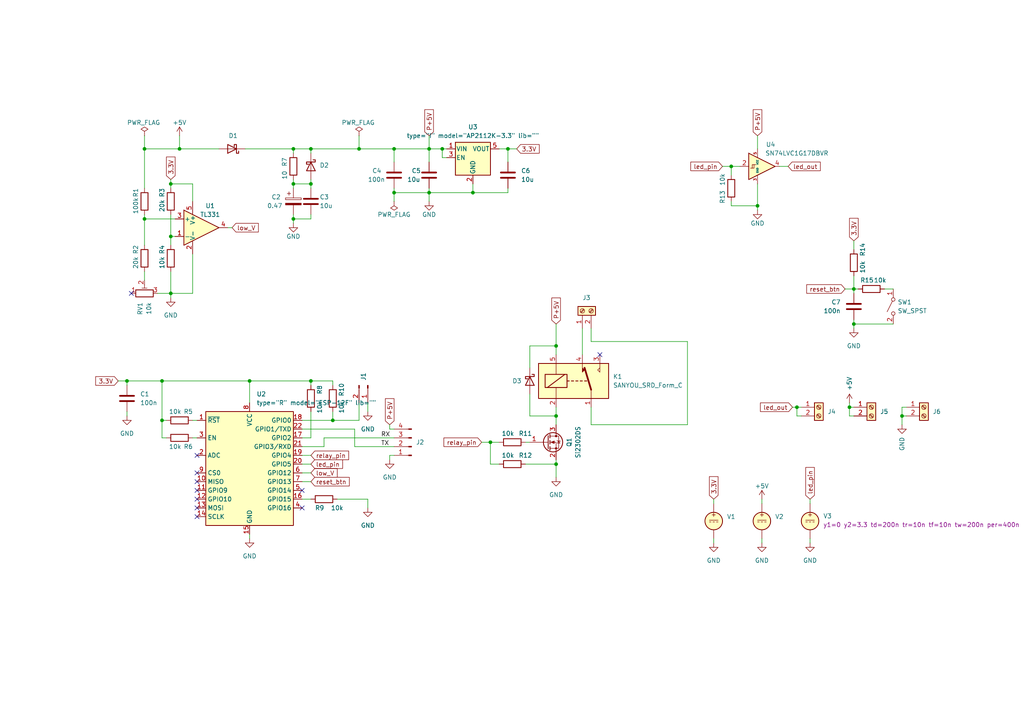
<source format=kicad_sch>
(kicad_sch (version 20211123) (generator eeschema)
  (paper "A4")
  (title_block (title "led and lamp control board") (date "2022-09-26") (rev "1.0") (company "A4 SOLUTIONS") (comment 1 "no warranty of any kind"))
  (lib_symbols
    (symbol "Comparator:TL331" (pin_names (offset 0.127))
      (property "Reference" "U" (at 1.27 5.08 0))
      (property "Value" "TL331" (at 3.81 -5.08 0))
      (symbol "TL331_0_1"
        (polyline (pts (xy -5.08 5.08) (xy 5.08 0) (xy -5.08 -5.08) (xy -5.08 5.08)) (stroke (width 0.254)) (fill (type background)))
      )
      (symbol "TL331_1_1"
        (pin input line (at -7.62 -2.54 0) (length 2.54) (name "-") (number "1"))
        (pin power_in line (at -2.54 -7.62 90) (length 3.81) (name "V-") (number "2"))
        (pin input line (at -7.62 2.54 0) (length 2.54) (name "+") (number "3"))
        (pin open_collector line (at 7.62 0 180) (length 2.54) (name "~") (number "4"))
        (pin power_in line (at -2.54 7.62 270) (length 3.81) (name "V+") (number "5"))
      )
    )
    (symbol "Connector:Conn_01x02_Male" (pin_names (offset 1.016) hide)
      (property "Reference" "J" (at 0 2.54 0))
      (property "Value" "Conn_01x02_Male" (at 0 -5.08 0))
      (symbol "Conn_01x02_Male_1_1"
        (polyline (pts (xy 1.27 -2.54) (xy 0.8636 -2.54)) (stroke (width 0.1524)))
        (polyline (pts (xy 1.27 0) (xy 0.8636 0)) (stroke (width 0.1524)))
        (rectangle (start 0.8636 -2.413) (end 0 -2.667) (stroke (width 0.1524)) (fill (type outline)))
        (rectangle (start 0.8636 0.127) (end 0 -0.127) (stroke (width 0.1524)) (fill (type outline)))
        (pin passive line (at 5.08 0 180) (length 3.81) (name "Pin_1") (number "1"))
        (pin passive line (at 5.08 -2.54 180) (length 3.81) (name "Pin_2") (number "2"))
      )
    )
    (symbol "Connector:Conn_01x04_Male" (pin_names (offset 1.016) hide)
      (property "Reference" "J" (at 0 5.08 0))
      (property "Value" "Conn_01x04_Male" (at 0 -7.62 0))
      (symbol "Conn_01x04_Male_1_1"
        (polyline (pts (xy 1.27 -5.08) (xy 0.8636 -5.08)) (stroke (width 0.1524)))
        (polyline (pts (xy 1.27 -2.54) (xy 0.8636 -2.54)) (stroke (width 0.1524)))
        (polyline (pts (xy 1.27 0) (xy 0.8636 0)) (stroke (width 0.1524)))
        (polyline (pts (xy 1.27 2.54) (xy 0.8636 2.54)) (stroke (width 0.1524)))
        (rectangle (start 0.8636 -4.953) (end 0 -5.207) (stroke (width 0.1524)) (fill (type outline)))
        (rectangle (start 0.8636 -2.413) (end 0 -2.667) (stroke (width 0.1524)) (fill (type outline)))
        (rectangle (start 0.8636 0.127) (end 0 -0.127) (stroke (width 0.1524)) (fill (type outline)))
        (rectangle (start 0.8636 2.667) (end 0 2.413) (stroke (width 0.1524)) (fill (type outline)))
        (pin passive line (at 5.08 2.54 180) (length 3.81) (name "Pin_1") (number "1"))
        (pin passive line (at 5.08 0 180) (length 3.81) (name "Pin_2") (number "2"))
        (pin passive line (at 5.08 -2.54 180) (length 3.81) (name "Pin_3") (number "3"))
        (pin passive line (at 5.08 -5.08 180) (length 3.81) (name "Pin_4") (number "4"))
      )
    )
    (symbol "Connector:Screw_Terminal_01x02" (pin_names (offset 1.016) hide)
      (property "Reference" "J" (at 0 2.54 0))
      (property "Value" "Screw_Terminal_01x02" (at 0 -5.08 0))
      (symbol "Screw_Terminal_01x02_1_1"
        (rectangle (start -1.27 1.27) (end 1.27 -3.81) (stroke (width 0.254)) (fill (type background)))
        (circle (center 0 -2.54) (radius 0.635) (stroke (width 0.1524)))
        (polyline (pts (xy -0.5334 -2.2098) (xy 0.3302 -3.048)) (stroke (width 0.1524)))
        (polyline (pts (xy -0.5334 0.3302) (xy 0.3302 -0.508)) (stroke (width 0.1524)))
        (polyline (pts (xy -0.3556 -2.032) (xy 0.508 -2.8702)) (stroke (width 0.1524)))
        (polyline (pts (xy -0.3556 0.508) (xy 0.508 -0.3302)) (stroke (width 0.1524)))
        (circle (center 0 0) (radius 0.635) (stroke (width 0.1524)))
        (pin passive line (at -5.08 0 0) (length 3.81) (name "Pin_1") (number "1"))
        (pin passive line (at -5.08 -2.54 0) (length 3.81) (name "Pin_2") (number "2"))
      )
    )
    (symbol "Device:C" (pin_numbers hide) (pin_names (offset 0.254))
      (property "Reference" "C" (at 0.635 2.54 0))
      (property "Value" "C" (at 0.635 -2.54 0))
      (symbol "C_0_1"
        (polyline (pts (xy -2.032 -0.762) (xy 2.032 -0.762)) (stroke (width 0.508)))
        (polyline (pts (xy -2.032 0.762) (xy 2.032 0.762)) (stroke (width 0.508)))
      )
      (symbol "C_1_1"
        (pin passive line (at 0 3.81 270) (length 2.794) (name "~") (number "1"))
        (pin passive line (at 0 -3.81 90) (length 2.794) (name "~") (number "2"))
      )
    )
    (symbol "Device:C_Polarized" (pin_numbers hide) (pin_names (offset 0.254))
      (property "Reference" "C" (at 0.635 2.54 0))
      (property "Value" "C_Polarized" (at 0.635 -2.54 0))
      (symbol "C_Polarized_0_1"
        (rectangle (start -2.286 0.508) (end 2.286 1.016))
        (polyline (pts (xy -1.778 2.286) (xy -0.762 2.286)))
        (polyline (pts (xy -1.27 2.794) (xy -1.27 1.778)))
        (rectangle (start 2.286 -0.508) (end -2.286 -1.016) (fill (type outline)))
      )
      (symbol "C_Polarized_1_1"
        (pin passive line (at 0 3.81 270) (length 2.794) (name "~") (number "1"))
        (pin passive line (at 0 -3.81 90) (length 2.794) (name "~") (number "2"))
      )
    )
    (symbol "Device:R" (pin_numbers hide) (pin_names (offset 0))
      (property "Reference" "R" (at 2.032 0 90))
      (property "Value" "R" (at 0 0 90))
      (symbol "R_0_1"
        (rectangle (start -1.016 -2.54) (end 1.016 2.54) (stroke (width 0.254)))
      )
      (symbol "R_1_1"
        (pin passive line (at 0 3.81 270) (length 1.27) (name "~") (number "1"))
        (pin passive line (at 0 -3.81 90) (length 1.27) (name "~") (number "2"))
      )
    )
    (symbol "Device:R_Potentiometer_Trim" (pin_names (offset 1.016) hide)
      (property "Reference" "RV" (at -4.445 0 90))
      (property "Value" "R_Potentiometer_Trim" (at -2.54 0 90))
      (symbol "R_Potentiometer_Trim_0_1"
        (polyline (pts (xy 1.524 0.762) (xy 1.524 -0.762)))
        (polyline (pts (xy 2.54 0) (xy 1.524 0)))
        (rectangle (start 1.016 2.54) (end -1.016 -2.54) (stroke (width 0.254)))
      )
      (symbol "R_Potentiometer_Trim_1_1"
        (pin passive line (at 0 3.81 270) (length 1.27) (name "1") (number "1"))
        (pin passive line (at 3.81 0 180) (length 1.27) (name "2") (number "2"))
        (pin passive line (at 0 -3.81 90) (length 1.27) (name "3") (number "3"))
      )
    )
    (symbol "Diode:1N5819" (pin_numbers hide) (pin_names (offset 1.016) hide)
      (property "Reference" "D" (at 0 2.54 0))
      (property "Value" "1N5819" (at 0 -2.54 0))
      (symbol "1N5819_0_1"
        (polyline (pts (xy 1.27 0) (xy -1.27 0)))
        (polyline (pts (xy 1.27 1.27) (xy 1.27 -1.27) (xy -1.27 0) (xy 1.27 1.27)) (stroke (width 0.254)))
        (polyline (pts (xy -1.905 0.635) (xy -1.905 1.27) (xy -1.27 1.27) (xy -1.27 -1.27) (xy -0.635 -1.27) (xy -0.635 -0.635)) (stroke (width 0.254)))
      )
      (symbol "1N5819_1_1"
        (pin passive line (at -3.81 0 0) (length 2.54) (name "K") (number "1"))
        (pin passive line (at 3.81 0 180) (length 2.54) (name "A") (number "2"))
      )
    )
    (symbol "RF_Module:ESP-12F"
      (property "Reference" "U" (at -12.7 19.05 0))
      (property "Value" "ESP-12F" (at 12.7 19.05 0))
      (symbol "ESP-12F_0_1"
        (rectangle (start -12.7 17.78) (end 12.7 -15.24) (stroke (width 0.254)) (fill (type background)))
      )
      (symbol "ESP-12F_1_1"
        (pin input line (at -15.24 15.24 0) (length 2.54) (name "~{RST}") (number "1"))
        (pin bidirectional line (at -15.24 -2.54 0) (length 2.54) (name "MISO") (number "10"))
        (pin bidirectional line (at -15.24 -5.08 0) (length 2.54) (name "GPIO9") (number "11"))
        (pin bidirectional line (at -15.24 -7.62 0) (length 2.54) (name "GPIO10") (number "12"))
        (pin bidirectional line (at -15.24 -10.16 0) (length 2.54) (name "MOSI") (number "13"))
        (pin bidirectional line (at -15.24 -12.7 0) (length 2.54) (name "SCLK") (number "14"))
        (pin power_in line (at 0 -17.78 90) (length 2.54) (name "GND") (number "15"))
        (pin bidirectional line (at 15.24 -7.62 180) (length 2.54) (name "GPIO15") (number "16"))
        (pin bidirectional line (at 15.24 10.16 180) (length 2.54) (name "GPIO2") (number "17"))
        (pin bidirectional line (at 15.24 15.24 180) (length 2.54) (name "GPIO0") (number "18"))
        (pin bidirectional line (at 15.24 5.08 180) (length 2.54) (name "GPIO4") (number "19"))
        (pin input line (at -15.24 5.08 0) (length 2.54) (name "ADC") (number "2"))
        (pin bidirectional line (at 15.24 2.54 180) (length 2.54) (name "GPIO5") (number "20"))
        (pin bidirectional line (at 15.24 7.62 180) (length 2.54) (name "GPIO3/RXD") (number "21"))
        (pin bidirectional line (at 15.24 12.7 180) (length 2.54) (name "GPIO1/TXD") (number "22"))
        (pin input line (at -15.24 10.16 0) (length 2.54) (name "EN") (number "3"))
        (pin bidirectional line (at 15.24 -10.16 180) (length 2.54) (name "GPIO16") (number "4"))
        (pin bidirectional line (at 15.24 -5.08 180) (length 2.54) (name "GPIO14") (number "5"))
        (pin bidirectional line (at 15.24 0 180) (length 2.54) (name "GPIO12") (number "6"))
        (pin bidirectional line (at 15.24 -2.54 180) (length 2.54) (name "GPIO13") (number "7"))
        (pin power_in line (at 0 20.32 270) (length 2.54) (name "VCC") (number "8"))
        (pin input line (at -15.24 0 0) (length 2.54) (name "CS0") (number "9"))
      )
    )
    (symbol "Regulator_Linear:AP2112K-3.3" (pin_names (offset 0.254))
      (property "Reference" "U" (at -5.08 5.715 0))
      (property "Value" "AP2112K-3.3" (at 0 5.715 0))
      (symbol "AP2112K-3.3_0_1"
        (rectangle (start -5.08 4.445) (end 5.08 -5.08) (stroke (width 0.254)) (fill (type background)))
      )
      (symbol "AP2112K-3.3_1_1"
        (pin power_in line (at -7.62 2.54 0) (length 2.54) (name "VIN") (number "1"))
        (pin power_in line (at 0 -7.62 90) (length 2.54) (name "GND") (number "2"))
        (pin input line (at -7.62 0 0) (length 2.54) (name "EN") (number "3"))
        (pin no_connect line (at 5.08 0 180) (length 2.54) hide (name "NC") (number "4"))
        (pin power_out line (at 7.62 2.54 180) (length 2.54) (name "VOUT") (number "5"))
      )
    )
    (symbol "Relay:SANYOU_SRD_Form_C"
      (property "Reference" "K" (at 11.43 3.81 0))
      (property "Value" "SANYOU_SRD_Form_C" (at 11.43 1.27 0))
      (symbol "SANYOU_SRD_Form_C_0_0"
        (polyline (pts (xy 7.62 5.08) (xy 7.62 2.54) (xy 6.985 3.175) (xy 7.62 3.81)))
      )
      (symbol "SANYOU_SRD_Form_C_0_1"
        (rectangle (start -10.16 5.08) (end 10.16 -5.08) (stroke (width 0.254)) (fill (type background)))
        (rectangle (start -8.255 1.905) (end -1.905 -1.905) (stroke (width 0.254)))
        (polyline (pts (xy -7.62 -1.905) (xy -2.54 1.905)) (stroke (width 0.254)))
        (polyline (pts (xy -5.08 -5.08) (xy -5.08 -1.905)))
        (polyline (pts (xy -5.08 5.08) (xy -5.08 1.905)))
        (polyline (pts (xy -1.905 0) (xy -1.27 0)) (stroke (width 0.254)))
        (polyline (pts (xy -0.635 0) (xy 0 0)) (stroke (width 0.254)))
        (polyline (pts (xy 0.635 0) (xy 1.27 0)) (stroke (width 0.254)))
        (polyline (pts (xy 1.905 0) (xy 2.54 0)) (stroke (width 0.254)))
        (polyline (pts (xy 3.175 0) (xy 3.81 0)) (stroke (width 0.254)))
        (polyline (pts (xy 5.08 -2.54) (xy 3.175 3.81)) (stroke (width 0.508)))
        (polyline (pts (xy 5.08 -2.54) (xy 5.08 -5.08)))
      )
      (symbol "SANYOU_SRD_Form_C_1_1"
        (polyline (pts (xy 2.54 3.81) (xy 3.175 3.175) (xy 2.54 2.54) (xy 2.54 5.08)) (fill (type outline)))
        (pin passive line (at 5.08 -7.62 90) (length 2.54) (name "~") (number "1"))
        (pin passive line (at -5.08 -7.62 90) (length 2.54) (name "~") (number "2"))
        (pin passive line (at 7.62 7.62 270) (length 2.54) (name "~") (number "3"))
        (pin passive line (at 2.54 7.62 270) (length 2.54) (name "~") (number "4"))
        (pin passive line (at -5.08 7.62 270) (length 2.54) (name "~") (number "5"))
      )
    )
    (symbol "Simulation_SPICE:VDC" (pin_numbers hide) (pin_names (offset 0.0254))
      (property "Reference" "V" (at 2.54 2.54 0))
      (property "Value" "VDC" (at 2.54 0 0))
      (property "Spice_Model" "dc(1)" (at 2.54 -2.54 0))
      (symbol "VDC_0_0"
        (polyline (pts (xy -1.27 0.254) (xy 1.27 0.254)))
        (polyline (pts (xy -0.762 -0.254) (xy -1.27 -0.254)))
        (polyline (pts (xy 0.254 -0.254) (xy -0.254 -0.254)))
        (polyline (pts (xy 1.27 -0.254) (xy 0.762 -0.254)))
        (text "+" (at 0 1.905 0) (effects (font (size 1.27 1.27))))
      )
      (symbol "VDC_0_1"
        (circle (center 0 0) (radius 2.54) (stroke (width 0.254)) (fill (type background)))
      )
      (symbol "VDC_1_1"
        (pin passive line (at 0 5.08 270) (length 2.54) (name "~") (number "1"))
        (pin passive line (at 0 -5.08 90) (length 2.54) (name "~") (number "2"))
      )
    )
    (symbol "Switch:SW_SPST" (pin_names (offset 0) hide)
      (property "Reference" "SW" (at 0 3.175 0))
      (property "Value" "SW_SPST" (at 0 -2.54 0))
      (symbol "SW_SPST_0_0"
        (circle (center -2.032 0) (radius 0.508))
        (polyline (pts (xy -1.524 0.254) (xy 1.524 1.778)))
        (circle (center 2.032 0) (radius 0.508))
      )
      (symbol "SW_SPST_1_1"
        (pin passive line (at -5.08 0 0) (length 2.54) (name "A") (number "1"))
        (pin passive line (at 5.08 0 180) (length 2.54) (name "B") (number "2"))
      )
    )
    (symbol "Transistor_FET:2N7002" (pin_names hide)
      (property "Reference" "Q" (at 5.08 1.905 0))
      (property "Value" "2N7002" (at 5.08 0 0))
      (symbol "2N7002_0_1"
        (polyline (pts (xy 0.254 0) (xy -2.54 0)))
        (polyline (pts (xy 0.254 1.905) (xy 0.254 -1.905)) (stroke (width 0.254)))
        (polyline (pts (xy 0.762 -1.27) (xy 0.762 -2.286)) (stroke (width 0.254)))
        (polyline (pts (xy 0.762 0.508) (xy 0.762 -0.508)) (stroke (width 0.254)))
        (polyline (pts (xy 0.762 2.286) (xy 0.762 1.27)) (stroke (width 0.254)))
        (polyline (pts (xy 2.54 2.54) (xy 2.54 1.778)))
        (polyline (pts (xy 2.54 -2.54) (xy 2.54 0) (xy 0.762 0)))
        (polyline (pts (xy 0.762 -1.778) (xy 3.302 -1.778) (xy 3.302 1.778) (xy 0.762 1.778)))
        (polyline (pts (xy 1.016 0) (xy 2.032 0.381) (xy 2.032 -0.381) (xy 1.016 0)) (fill (type outline)))
        (polyline (pts (xy 2.794 0.508) (xy 2.921 0.381) (xy 3.683 0.381) (xy 3.81 0.254)))
        (polyline (pts (xy 3.302 0.381) (xy 2.921 -0.254) (xy 3.683 -0.254) (xy 3.302 0.381)))
        (circle (center 1.651 0) (radius 2.794) (stroke (width 0.254)))
        (circle (center 2.54 -1.778) (radius 0.254) (fill (type outline)))
        (circle (center 2.54 1.778) (radius 0.254) (fill (type outline)))
      )
      (symbol "2N7002_1_1"
        (pin input line (at -5.08 0 0) (length 2.54) (name "G") (number "1"))
        (pin passive line (at 2.54 -5.08 90) (length 2.54) (name "S") (number "2"))
        (pin passive line (at 2.54 5.08 270) (length 2.54) (name "D") (number "3"))
      )
    )
    (symbol "lib:SN74LVC1G17DBVR"
      (property "Reference" "U" (at 1.27 5.08 0))
      (property "Value" "SN74LVC1G17DBVR" (at 1.27 2.54 0))
      (symbol "SN74LVC1G17DBVR_0_1"
        (polyline (pts (xy -1.016 0.508) (xy -0.508 0.508)))
        (polyline (pts (xy -2.54 3.81) (xy -2.54 -3.81) (xy 5.08 0) (xy -2.54 3.81)) (stroke (width 0.254)) (fill (type background)))
        (polyline (pts (xy -1.524 -0.508) (xy -1.524 0.508) (xy -1.016 0.508) (xy -1.016 -0.508) (xy -2.032 -0.508)))
      )
      (symbol "SN74LVC1G17DBVR_1_1"
        (pin no_connect line (at 5.08 0 180) (length 2.54) hide (name "NC") (number "1"))
        (pin input line (at -5.08 0 0) (length 2.54) (name "~") (number "2"))
        (pin power_in line (at 0 -5.08 90) (length 2.54) (name "GND") (number "3"))
        (pin output line (at 6.35 0 180) (length 1.27) (name "~") (number "4"))
        (pin power_in line (at 0 5.08 270) (length 2.54) (name "VCC") (number "5"))
      )
    )
    (symbol "power:+5V" (power) (pin_names (offset 0))
      (property "Value" "+5V" (at 0 3.556 0))
      (symbol "+5V_0_1"
        (polyline (pts (xy -0.762 1.27) (xy 0 2.54)))
        (polyline (pts (xy 0 0) (xy 0 2.54)))
        (polyline (pts (xy 0 2.54) (xy 0.762 1.27)))
      )
      (symbol "+5V_1_1"
        (pin power_in line (at 0 0 90) (length 0) hide (name "+5V") (number "1"))
      )
    )
    (symbol "power:GND" (power) (pin_names (offset 0))
      (property "Value" "GND" (at 0 -3.81 0))
      (symbol "GND_0_1"
        (polyline (pts (xy 0 0) (xy 0 -1.27) (xy 1.27 -1.27) (xy 0 -2.54) (xy -1.27 -1.27) (xy 0 -1.27)))
      )
      (symbol "GND_1_1"
        (pin power_in line (at 0 0 270) (length 0) hide (name "GND") (number "1"))
      )
    )
    (symbol "power:PWR_FLAG" (power) (pin_numbers hide) (pin_names (offset 0) hide)
      (property "Value" "PWR_FLAG" (at 0 3.81 0))
      (symbol "PWR_FLAG_0_0"
        (pin power_out line (at 0 0 90) (length 0) (name "pwr") (number "1"))
      )
      (symbol "PWR_FLAG_0_1"
        (polyline (pts (xy 0 0) (xy 0 1.27) (xy -1.016 1.905) (xy 0 2.54) (xy 1.016 1.905) (xy 0 1.27)))
      )
    )
  )
  (junction (at 41.91 43.18))
  (junction (at 247.65 83.82))
  (junction (at 104.14 43.18))
  (junction (at 85.09 63.5))
  (junction (at 261.62 120.65))
  (junction (at 41.91 63.5))
  (junction (at 46.99 121.92))
  (junction (at 128.27 43.18))
  (junction (at 147.32 43.18))
  (junction (at 49.53 53.34))
  (junction (at 85.09 53.34))
  (junction (at 49.53 68.58))
  (junction (at 247.65 93.98))
  (junction (at 246.38 118.11))
  (junction (at 90.17 53.34))
  (junction (at 161.29 120.65))
  (junction (at 114.3 43.18))
  (junction (at 124.46 55.88))
  (junction (at 49.53 85.09))
  (junction (at 85.09 43.18))
  (junction (at 114.3 55.88))
  (junction (at 212.09 48.26))
  (junction (at 142.24 128.27))
  (junction (at 52.07 43.18))
  (junction (at 36.83 110.49))
  (junction (at 231.14 118.11))
  (junction (at 161.29 100.33))
  (junction (at 90.17 110.49))
  (junction (at 90.17 43.18))
  (junction (at 96.52 121.92))
  (junction (at 219.71 59.69))
  (junction (at 72.39 110.49))
  (junction (at 124.46 43.18))
  (junction (at 161.29 134.62))
  (junction (at 137.16 55.88))
  (junction (at 46.99 110.49))
  (no_connect (at 57.15 142.24))
  (no_connect (at 57.15 132.08))
  (no_connect (at 57.15 137.16))
  (no_connect (at 57.15 139.7))
  (no_connect (at 57.15 144.78))
  (no_connect (at 87.63 147.32))
  (no_connect (at 57.15 149.86))
  (no_connect (at 57.15 147.32))
  (no_connect (at 173.99 102.87))
  (no_connect (at 38.1 85.09))
  (no_connect (at 87.63 142.24))
  (wire (pts (xy 199.39 123.19) (xy 199.39 99.06)))
  (wire (pts (xy 234.95 156.21) (xy 234.95 157.48)))
  (wire (pts (xy 114.3 43.18) (xy 124.46 43.18)))
  (wire (pts (xy 87.63 121.92) (xy 96.52 121.92)))
  (wire (pts (xy 36.83 110.49) (xy 46.99 110.49)))
  (wire (pts (xy 124.46 43.18) (xy 128.27 43.18)))
  (wire (pts (xy 55.88 73.66) (xy 55.88 85.09)))
  (wire (pts (xy 247.65 85.09) (xy 247.65 83.82)))
  (wire (pts (xy 52.07 39.37) (xy 52.07 43.18)))
  (wire (pts (xy 207.01 156.21) (xy 207.01 157.48)))
  (wire (pts (xy 36.83 119.38) (xy 36.83 120.65)))
  (wire (pts (xy 72.39 110.49) (xy 90.17 110.49)))
  (wire (pts (xy 41.91 62.23) (xy 41.91 63.5)))
  (wire (pts (xy 261.62 120.65) (xy 261.62 118.11)))
  (wire (pts (xy 87.63 134.62) (xy 90.17 134.62)))
  (wire (pts (xy 87.63 132.08) (xy 90.17 132.08)))
  (wire (pts (xy 247.65 92.71) (xy 247.65 93.98)))
  (wire (pts (xy 52.07 43.18) (xy 63.5 43.18)))
  (wire (pts (xy 171.45 118.11) (xy 171.45 123.19)))
  (wire (pts (xy 261.62 120.65) (xy 262.89 120.65)))
  (wire (pts (xy 259.08 93.98) (xy 247.65 93.98)))
  (wire (pts (xy 87.63 137.16) (xy 90.17 137.16)))
  (wire (pts (xy 85.09 43.18) (xy 85.09 44.45)))
  (wire (pts (xy 55.88 121.92) (xy 57.15 121.92)))
  (wire (pts (xy 161.29 93.98) (xy 161.29 100.33)))
  (wire (pts (xy 219.71 59.69) (xy 212.09 59.69)))
  (wire (pts (xy 245.11 83.82) (xy 247.65 83.82)))
  (wire (pts (xy 106.68 116.84) (xy 106.68 119.38)))
  (wire (pts (xy 41.91 63.5) (xy 41.91 71.12)))
  (wire (pts (xy 45.72 85.09) (xy 49.53 85.09)))
  (wire (pts (xy 114.3 127) (xy 93.98 127)))
  (wire (pts (xy 85.09 52.07) (xy 85.09 53.34)))
  (wire (pts (xy 90.17 63.5) (xy 85.09 63.5)))
  (wire (pts (xy 41.91 43.18) (xy 52.07 43.18)))
  (wire (pts (xy 106.68 144.78) (xy 106.68 147.32)))
  (wire (pts (xy 153.67 120.65) (xy 161.29 120.65)))
  (wire (pts (xy 246.38 118.11) (xy 246.38 120.65)))
  (wire (pts (xy 96.52 110.49) (xy 96.52 111.76)))
  (wire (pts (xy 93.98 129.54) (xy 87.63 129.54)))
  (wire (pts (xy 152.4 134.62) (xy 161.29 134.62)))
  (wire (pts (xy 226.06 48.26) (xy 228.6 48.26)))
  (wire (pts (xy 128.27 43.18) (xy 128.27 45.72)))
  (wire (pts (xy 246.38 116.84) (xy 246.38 118.11)))
  (wire (pts (xy 153.67 114.3) (xy 153.67 120.65)))
  (wire (pts (xy 90.17 52.07) (xy 90.17 53.34)))
  (wire (pts (xy 41.91 43.18) (xy 41.91 54.61)))
  (wire (pts (xy 87.63 127) (xy 90.17 127)))
  (wire (pts (xy 246.38 118.11) (xy 247.65 118.11)))
  (wire (pts (xy 87.63 139.7) (xy 90.17 139.7)))
  (wire (pts (xy 229.87 118.11) (xy 231.14 118.11)))
  (wire (pts (xy 90.17 43.18) (xy 90.17 44.45)))
  (wire (pts (xy 124.46 55.88) (xy 124.46 58.42)))
  (wire (pts (xy 231.14 118.11) (xy 231.14 120.65)))
  (wire (pts (xy 114.3 43.18) (xy 114.3 46.99)))
  (wire (pts (xy 66.04 66.04) (xy 67.31 66.04)))
  (wire (pts (xy 171.45 99.06) (xy 199.39 99.06)))
  (wire (pts (xy 55.88 58.42) (xy 55.88 53.34)))
  (wire (pts (xy 128.27 43.18) (xy 129.54 43.18)))
  (wire (pts (xy 231.14 118.11) (xy 232.41 118.11)))
  (wire (pts (xy 49.53 62.23) (xy 49.53 68.58)))
  (wire (pts (xy 104.14 116.84) (xy 104.14 121.92)))
  (wire (pts (xy 85.09 64.77) (xy 85.09 63.5)))
  (wire (pts (xy 46.99 121.92) (xy 46.99 110.49)))
  (wire (pts (xy 49.53 53.34) (xy 49.53 54.61)))
  (wire (pts (xy 104.14 43.18) (xy 114.3 43.18)))
  (wire (pts (xy 247.65 95.25) (xy 247.65 93.98)))
  (wire (pts (xy 220.98 144.78) (xy 220.98 146.05)))
  (wire (pts (xy 209.55 48.26) (xy 212.09 48.26)))
  (wire (pts (xy 96.52 119.38) (xy 96.52 121.92)))
  (wire (pts (xy 153.67 106.68) (xy 153.67 100.33)))
  (wire (pts (xy 87.63 124.46) (xy 102.87 124.46)))
  (wire (pts (xy 85.09 63.5) (xy 85.09 62.23)))
  (wire (pts (xy 46.99 110.49) (xy 72.39 110.49)))
  (wire (pts (xy 124.46 55.88) (xy 137.16 55.88)))
  (wire (pts (xy 90.17 119.38) (xy 90.17 127)))
  (wire (pts (xy 48.26 127) (xy 46.99 127)))
  (wire (pts (xy 36.83 110.49) (xy 36.83 111.76)))
  (wire (pts (xy 137.16 55.88) (xy 147.32 55.88)))
  (wire (pts (xy 87.63 144.78) (xy 90.17 144.78)))
  (wire (pts (xy 90.17 110.49) (xy 96.52 110.49)))
  (wire (pts (xy 85.09 43.18) (xy 90.17 43.18)))
  (wire (pts (xy 161.29 120.65) (xy 161.29 123.19)))
  (wire (pts (xy 41.91 39.37) (xy 41.91 43.18)))
  (wire (pts (xy 147.32 54.61) (xy 147.32 55.88)))
  (wire (pts (xy 90.17 62.23) (xy 90.17 63.5)))
  (wire (pts (xy 247.65 83.82) (xy 248.92 83.82)))
  (wire (pts (xy 247.65 120.65) (xy 246.38 120.65)))
  (wire (pts (xy 212.09 50.8) (xy 212.09 48.26)))
  (wire (pts (xy 113.03 132.08) (xy 114.3 132.08)))
  (wire (pts (xy 46.99 127) (xy 46.99 121.92)))
  (wire (pts (xy 72.39 154.94) (xy 72.39 156.21)))
  (wire (pts (xy 212.09 48.26) (xy 214.63 48.26)))
  (wire (pts (xy 124.46 54.61) (xy 124.46 55.88)))
  (wire (pts (xy 161.29 133.35) (xy 161.29 134.62)))
  (wire (pts (xy 46.99 121.92) (xy 48.26 121.92)))
  (wire (pts (xy 153.67 100.33) (xy 161.29 100.33)))
  (wire (pts (xy 144.78 43.18) (xy 147.32 43.18)))
  (wire (pts (xy 137.16 53.34) (xy 137.16 55.88)))
  (wire (pts (xy 161.29 100.33) (xy 161.29 102.87)))
  (wire (pts (xy 90.17 110.49) (xy 90.17 111.76)))
  (wire (pts (xy 128.27 45.72) (xy 129.54 45.72)))
  (wire (pts (xy 142.24 128.27) (xy 144.78 128.27)))
  (wire (pts (xy 171.45 123.19) (xy 199.39 123.19)))
  (wire (pts (xy 247.65 80.01) (xy 247.65 83.82)))
  (wire (pts (xy 219.71 53.34) (xy 219.71 59.69)))
  (wire (pts (xy 71.12 43.18) (xy 85.09 43.18)))
  (wire (pts (xy 49.53 68.58) (xy 49.53 71.12)))
  (wire (pts (xy 93.98 127) (xy 93.98 129.54)))
  (wire (pts (xy 104.14 121.92) (xy 96.52 121.92)))
  (wire (pts (xy 97.79 144.78) (xy 106.68 144.78)))
  (wire (pts (xy 219.71 60.96) (xy 219.71 59.69)))
  (wire (pts (xy 220.98 156.21) (xy 220.98 157.48)))
  (wire (pts (xy 102.87 129.54) (xy 114.3 129.54)))
  (wire (pts (xy 55.88 127) (xy 57.15 127)))
  (wire (pts (xy 144.78 134.62) (xy 142.24 134.62)))
  (wire (pts (xy 124.46 39.37) (xy 124.46 43.18)))
  (wire (pts (xy 114.3 55.88) (xy 124.46 55.88)))
  (wire (pts (xy 55.88 53.34) (xy 49.53 53.34)))
  (wire (pts (xy 161.29 118.11) (xy 161.29 120.65)))
  (wire (pts (xy 113.03 132.08) (xy 113.03 133.35)))
  (wire (pts (xy 219.71 39.37) (xy 219.71 43.18)))
  (wire (pts (xy 234.95 144.78) (xy 234.95 146.05)))
  (wire (pts (xy 171.45 95.25) (xy 171.45 99.06)))
  (wire (pts (xy 90.17 53.34) (xy 90.17 54.61)))
  (wire (pts (xy 113.03 123.19) (xy 113.03 124.46)))
  (wire (pts (xy 247.65 69.85) (xy 247.65 72.39)))
  (wire (pts (xy 147.32 43.18) (xy 147.32 46.99)))
  (wire (pts (xy 259.08 83.82) (xy 256.54 83.82)))
  (wire (pts (xy 114.3 54.61) (xy 114.3 55.88)))
  (wire (pts (xy 34.29 110.49) (xy 36.83 110.49)))
  (wire (pts (xy 85.09 53.34) (xy 85.09 54.61)))
  (wire (pts (xy 85.09 53.34) (xy 90.17 53.34)))
  (wire (pts (xy 49.53 85.09) (xy 49.53 86.36)))
  (wire (pts (xy 49.53 52.07) (xy 49.53 53.34)))
  (wire (pts (xy 152.4 128.27) (xy 153.67 128.27)))
  (wire (pts (xy 147.32 43.18) (xy 149.86 43.18)))
  (wire (pts (xy 261.62 118.11) (xy 262.89 118.11)))
  (wire (pts (xy 102.87 124.46) (xy 102.87 129.54)))
  (wire (pts (xy 41.91 78.74) (xy 41.91 81.28)))
  (wire (pts (xy 161.29 134.62) (xy 161.29 138.43)))
  (wire (pts (xy 168.91 95.25) (xy 168.91 102.87)))
  (wire (pts (xy 49.53 78.74) (xy 49.53 85.09)))
  (wire (pts (xy 207.01 144.78) (xy 207.01 146.05)))
  (wire (pts (xy 113.03 124.46) (xy 114.3 124.46)))
  (wire (pts (xy 142.24 128.27) (xy 142.24 134.62)))
  (wire (pts (xy 72.39 110.49) (xy 72.39 116.84)))
  (wire (pts (xy 139.7 128.27) (xy 142.24 128.27)))
  (wire (pts (xy 232.41 120.65) (xy 231.14 120.65)))
  (wire (pts (xy 55.88 85.09) (xy 49.53 85.09)))
  (wire (pts (xy 212.09 58.42) (xy 212.09 59.69)))
  (wire (pts (xy 41.91 63.5) (xy 50.8 63.5)))
  (wire (pts (xy 114.3 55.88) (xy 114.3 58.42)))
  (wire (pts (xy 104.14 39.37) (xy 104.14 43.18)))
  (wire (pts (xy 124.46 43.18) (xy 124.46 46.99)))
  (wire (pts (xy 261.62 123.19) (xy 261.62 120.65)))
  (wire (pts (xy 49.53 68.58) (xy 50.8 68.58)))
  (wire (pts (xy 90.17 43.18) (xy 104.14 43.18)))
  (label "TX" (at 110.49 129.54 0))
  (label "RX" (at 110.49 127 0))
  (global_label "low_V" (shape input) (at 67.31 66.04 0) (property "Intersheet References" "${INTERSHEET_REFS}" (effects hide)))
  (global_label "3.3V" (shape input) (at 34.29 110.49 180) (property "Intersheet References" "${INTERSHEET_REFS}" (effects hide)))
  (global_label "reset_btn" (shape input) (at 90.17 139.7 0) (property "Intersheet References" "${INTERSHEET_REFS}" (effects hide)))
  (global_label "led_pin" (shape input) (at 209.55 48.26 180) (property "Intersheet References" "${INTERSHEET_REFS}" (effects hide)))
  (global_label "reset_btn" (shape input) (at 245.11 83.82 180) (property "Intersheet References" "${INTERSHEET_REFS}" (effects hide)))
  (global_label "led_pin" (shape input) (at 234.95 144.78 90) (property "Intersheet References" "${INTERSHEET_REFS}" (effects hide)))
  (global_label "P+5V" (shape input) (at 161.29 93.98 90) (property "Intersheet References" "${INTERSHEET_REFS}" (effects hide)))
  (global_label "P+5V" (shape input) (at 219.71 39.37 90) (property "Intersheet References" "${INTERSHEET_REFS}" (effects hide)))
  (global_label "3.3V" (shape input) (at 49.53 52.07 90) (property "Intersheet References" "${INTERSHEET_REFS}" (effects hide)))
  (global_label "3.3V" (shape input) (at 247.65 69.85 90) (property "Intersheet References" "${INTERSHEET_REFS}" (effects hide)))
  (global_label "P+5V" (shape input) (at 124.46 39.37 90) (property "Intersheet References" "${INTERSHEET_REFS}" (effects hide)))
  (global_label "led_out" (shape input) (at 229.87 118.11 180) (property "Intersheet References" "${INTERSHEET_REFS}" (effects hide)))
  (global_label "led_pin" (shape input) (at 90.17 134.62 0) (property "Intersheet References" "${INTERSHEET_REFS}" (effects hide)))
  (global_label "led_out" (shape input) (at 228.6 48.26 0) (property "Intersheet References" "${INTERSHEET_REFS}" (effects hide)))
  (global_label "relay_pin" (shape input) (at 90.17 132.08 0) (property "Intersheet References" "${INTERSHEET_REFS}" (effects hide)))
  (global_label "P+5V" (shape input) (at 113.03 123.19 90) (property "Intersheet References" "${INTERSHEET_REFS}" (effects hide)))
  (global_label "3.3V" (shape input) (at 207.01 144.78 90) (property "Intersheet References" "${INTERSHEET_REFS}" (effects hide)))
  (global_label "3.3V" (shape input) (at 149.86 43.18 0) (property "Intersheet References" "${INTERSHEET_REFS}" (effects hide)))
  (global_label "low_V" (shape input) (at 90.17 137.16 0) (property "Intersheet References" "${INTERSHEET_REFS}" (effects hide)))
  (global_label "relay_pin" (shape input) (at 139.7 128.27 180) (property "Intersheet References" "${INTERSHEET_REFS}" (effects hide)))
  (symbol (lib_id "Relay:SANYOU_SRD_Form_C") (at 166.37 110.49 0) (unit 1)
    (property "Reference" "K1" (at 177.8 109.2199 0) (effects (justify left)))
    (property "Value" "SANYOU_SRD_Form_C" (at 177.8 111.7599 0) (effects (justify left)))
    (property "Footprint" "Relay_THT:Relay_SPDT_SANYOU_SRD_Series_Form_C" (effects hide))
    (property "Datasheet" "http://www.sanyourelay.ca/public/products/pdf/SRD.pdf" (effects hide))
    (property "Spice_Netlist_Enabled" "N" (effects hide))
  )
  (symbol (lib_id "power:GND") (at 219.71 60.96 0) (unit 1)
    (property "Reference" "#PWR012" (effects hide))
    (property "Value" "GND" (at 219.71 64.77 0))
  )
  (symbol (lib_id "Connector:Screw_Terminal_01x02") (at 252.73 118.11 0) (unit 1)
    (property "Reference" "J5" (at 255.27 119.3799 0) (effects (justify left)))
    (property "Value" "Screw_Terminal_01x02" (effects hide))
    (property "Footprint" "TerminalBlock:TerminalBlock_bornier-2_P5.08mm" (effects hide))
    (property "Spice_Netlist_Enabled" "N" (effects hide))
  )
  (symbol (lib_id "Connector:Screw_Terminal_01x02") (at 237.49 118.11 0) (unit 1)
    (property "Reference" "J4" (at 240.03 119.3799 0) (effects (justify left)))
    (property "Value" "Screw_Terminal_01x02" (effects hide))
    (property "Footprint" "TerminalBlock:TerminalBlock_bornier-2_P5.08mm" (effects hide))
    (property "Spice_Netlist_Enabled" "N" (effects hide))
  )
  (symbol (lib_id "Diode:1N5819") (at 90.17 48.26 270) (unit 1)
    (property "Reference" "D2" (at 92.71 47.9424 90) (effects (justify left)))
    (property "Value" "1N5817" (effects hide))
    (property "Footprint" "Diode_SMD:D_SMA_Handsoldering" (effects hide))
    (property "Datasheet" "http://www.vishay.com/docs/88525/1n5817.pdf" (effects hide))
    (property "Spice_Primitive" "D" (effects hide))
    (property "Spice_Model" "DI_1N5819" (effects hide))
    (property "Spice_Netlist_Enabled" "N" (effects hide))
    (property "Spice_Lib_File" "spice_comp/1N5819.spice" (effects hide))
  )
  (symbol (lib_id "power:GND") (at 72.39 156.21 0) (unit 1)
    (property "Reference" "#PWR04" (effects hide))
    (property "Value" "GND" (at 72.39 161.29 0))
  )
  (symbol (lib_id "Device:R") (at 148.59 134.62 270) (unit 1)
    (property "Reference" "R12" (at 152.4 132.08 90))
    (property "Value" "10k" (at 147.32 132.08 90))
    (property "Footprint" "Resistor_SMD:R_0805_2012Metric_Pad1.20x1.40mm_HandSolder" (effects hide))
    (property "Spice_Netlist_Enabled" "N" (effects hide))
  )
  (symbol (lib_id "Device:R") (at 85.09 48.26 180) (unit 1)
    (property "Reference" "R7" (at 82.55 46.99 90))
    (property "Value" "10" (at 82.55 50.8 90))
    (property "Footprint" "Resistor_THT:R_Axial_DIN0207_L6.3mm_D2.5mm_P7.62mm_Horizontal" (effects hide))
    (property "Spice_Netlist_Enabled" "N" (effects hide))
  )
  (symbol (lib_id "Simulation_SPICE:VDC") (at 207.01 151.13 0) (unit 1) (in_bom no) (on_board no)
    (property "Reference" "V1" (at 210.82 149.86 0) (effects (justify left)))
    (property "Value" "VDC" (effects hide))
    (property "Spice_Netlist_Enabled" "N" (effects hide))
    (property "Spice_Primitive" "V" (effects hide))
    (property "Spice_Model" "3.3" (at 210.82 152.4 0) (effects (justify left)))
  )
  (symbol (lib_id "RF_Module:ESP-12F") (at 72.39 137.16 0) (unit 1)
    (property "Reference" "U2" (at 74.4094 114.3 0) (effects (justify left)))
    (property "Value" "ESP-12F" (at 74.4094 116.84 0) (effects (justify left)))
    (property "Footprint" "RF_Module:ESP-12E" (effects hide))
    (property "Datasheet" "https://docs.ai-thinker.com/_media/esp8266/docs/esp-12f_product_specification_en.pdf" (effects hide))
    (property "Spice_Primitive" "R" (effects hide))
    (property "Spice_Netlist_Enabled" "N" (effects hide))
  )
  (symbol (lib_id "Device:R") (at 96.52 115.57 180) (unit 1)
    (property "Reference" "R10" (at 99.06 113.03 90))
    (property "Value" "10k" (at 99.06 118.11 90))
    (property "Footprint" "Resistor_SMD:R_0805_2012Metric_Pad1.20x1.40mm_HandSolder" (effects hide))
    (property "Spice_Netlist_Enabled" "N" (effects hide))
  )
  (symbol (lib_id "Simulation_SPICE:VDC") (at 234.95 151.13 0) (unit 1) (in_bom no) (on_board no)
    (property "Reference" "V3" (at 238.76 149.6701 0) (effects (justify left)))
    (property "Value" "VDC" (effects hide))
    (property "Spice_Netlist_Enabled" "N" (effects hide))
    (property "Spice_Primitive" "V" (effects hide))
    (property "Spice_Model" "pulse(0 3.3V 200n 10n 10n 200n 400n)" (at 238.76 152.2101 0) (effects (justify left)))
  )
  (symbol (lib_id "Device:C") (at 36.83 115.57 0) (unit 1)
    (property "Reference" "C1" (at 40.64 114.3 0) (effects (justify left)))
    (property "Value" "100n" (at 40.64 116.84 0) (effects (justify left)))
    (property "Footprint" "Capacitor_SMD:C_0805_2012Metric_Pad1.18x1.45mm_HandSolder" (effects hide))
    (property "Spice_Netlist_Enabled" "N" (effects hide))
  )
  (symbol (lib_id "Device:R") (at 52.07 127 90) (unit 1)
    (property "Reference" "R6" (at 54.61 129.54 90))
    (property "Value" "10k" (at 50.8 129.54 90))
    (property "Footprint" "Resistor_SMD:R_0805_2012Metric_Pad1.20x1.40mm_HandSolder" (effects hide))
    (property "Spice_Netlist_Enabled" "N" (effects hide))
  )
  (symbol (lib_id "Device:R") (at 41.91 74.93 180) (unit 1)
    (property "Reference" "R2" (at 39.37 72.39 90))
    (property "Value" "20k" (at 39.37 76.2 90))
    (property "Footprint" "Resistor_SMD:R_0805_2012Metric_Pad1.20x1.40mm_HandSolder" (effects hide))
    (property "Spice_Netlist_Enabled" "N" (effects hide))
  )
  (symbol (lib_id "Device:R") (at 41.91 58.42 180) (unit 1)
    (property "Reference" "R1" (at 39.37 55.88 90))
    (property "Value" "100k" (at 39.37 59.69 90))
    (property "Footprint" "Resistor_SMD:R_0805_2012Metric_Pad1.20x1.40mm_HandSolder" (effects hide))
    (property "Spice_Netlist_Enabled" "N" (effects hide))
  )
  (symbol (lib_id "Connector:Screw_Terminal_01x02") (at 168.91 90.17 90) (unit 1)
    (property "Reference" "J3" (at 168.91 86.36 90) (effects (justify right)))
    (property "Value" "Screw_Terminal_01x02" (effects hide))
    (property "Footprint" "TerminalBlock:TerminalBlock_bornier-2_P5.08mm" (effects hide))
    (property "Spice_Netlist_Enabled" "N" (effects hide))
  )
  (symbol (lib_id "Device:C_Polarized") (at 85.09 58.42 0) (unit 1)
    (property "Reference" "C2" (at 78.74 57.15 0) (effects (justify left)))
    (property "Value" "0.47" (at 77.47 59.69 0) (effects (justify left)))
    (property "Footprint" "proj_footprints:CHP5R5L504R-TW" (effects hide))
    (property "Spice_Netlist_Enabled" "N" (effects hide))
    (property "Spice_Primitive" "C" (effects hide))
    (property "Spice_Model" "1m" (effects hide))
  )
  (symbol (lib_id "Device:R") (at 148.59 128.27 270) (unit 1)
    (property "Reference" "R11" (at 152.4 125.73 90))
    (property "Value" "10k" (at 147.32 125.73 90))
    (property "Footprint" "Resistor_SMD:R_0805_2012Metric_Pad1.20x1.40mm_HandSolder" (effects hide))
    (property "Spice_Netlist_Enabled" "N" (effects hide))
  )
  (symbol (lib_id "lib:SN74LVC1G17DBVR") (at 219.71 48.26 0) (unit 1)
    (property "Reference" "U4" (at 223.52 41.91 0))
    (property "Value" "SN74LVC1G17DBVR" (at 231.14 44.45 0))
    (property "Footprint" "Package_TO_SOT_SMD:SOT-23-5_HandSoldering" (effects hide))
    (property "Spice_Netlist_Enabled" "N" (effects hide))
  )
  (symbol (lib_id "power:GND") (at 106.68 147.32 0) (unit 1)
    (property "Reference" "#PWR07" (effects hide))
    (property "Value" "GND" (at 106.68 152.4 0))
  )
  (symbol (lib_id "Transistor_FET:2N7002") (at 158.75 128.27 0) (unit 1)
    (property "Reference" "Q1" (at 165.1 128.27 90))
    (property "Value" "Si2302DS" (at 167.64 128.27 90))
    (property "Footprint" "Package_TO_SOT_SMD:SOT-23_Handsoldering" (effects hide))
    (property "Spice_Primitive" "X" (effects hide))
    (property "Spice_Model" "Si2300DS" (effects hide))
    (property "Spice_Netlist_Enabled" "N" (effects hide))
    (property "Spice_Lib_File" "spice_comp/Si2300DS.spice" (effects hide))
    (property "Spice_Node_Sequence" "3 1 2" (effects hide))
  )
  (symbol (lib_id "power:GND") (at 161.29 138.43 0) (unit 1)
    (property "Reference" "#PWR010" (effects hide))
    (property "Value" "GND" (at 161.29 143.51 0))
  )
  (symbol (lib_id "power:PWR_FLAG") (at 104.14 39.37 0) (unit 1)
    (property "Reference" "#FLG02" (effects hide))
    (property "Value" "PWR_FLAG" (at 99.06 35.56 0) (effects (justify left)))
  )
  (symbol (lib_id "Device:R") (at 49.53 58.42 180) (unit 1)
    (property "Reference" "R3" (at 46.99 55.88 90))
    (property "Value" "20k" (at 46.99 59.69 90))
    (property "Footprint" "Resistor_SMD:R_0805_2012Metric_Pad1.20x1.40mm_HandSolder" (effects hide))
    (property "Spice_Netlist_Enabled" "N" (effects hide))
  )
  (symbol (lib_id "Device:R") (at 247.65 76.2 180) (unit 1)
    (property "Reference" "R14" (at 250.19 72.39 90))
    (property "Value" "10k" (at 250.19 77.47 90))
    (property "Footprint" "Resistor_SMD:R_0805_2012Metric_Pad1.20x1.40mm_HandSolder" (effects hide))
    (property "Spice_Netlist_Enabled" "N" (effects hide))
  )
  (symbol (lib_id "power:PWR_FLAG") (at 114.3 58.42 180) (unit 1)
    (property "Reference" "#FLG03" (effects hide))
    (property "Value" "PWR_FLAG" (at 114.3 62.23 0))
  )
  (symbol (lib_id "Device:R") (at 90.17 115.57 180) (unit 1)
    (property "Reference" "R8" (at 92.71 113.03 90))
    (property "Value" "10k" (at 92.71 118.11 90))
    (property "Footprint" "Resistor_SMD:R_0805_2012Metric_Pad1.20x1.40mm_HandSolder" (effects hide))
    (property "Spice_Netlist_Enabled" "N" (effects hide))
  )
  (symbol (lib_id "Device:C") (at 247.65 88.9 0) (mirror y) (unit 1)
    (property "Reference" "C7" (at 243.84 87.63 0) (effects (justify left)))
    (property "Value" "100n" (at 243.84 90.17 0) (effects (justify left)))
    (property "Footprint" "Capacitor_SMD:C_0805_2012Metric_Pad1.18x1.45mm_HandSolder" (effects hide))
    (property "Spice_Netlist_Enabled" "N" (effects hide))
    (property "Spice_Primitive" "C" (effects hide))
    (property "Spice_Model" "100n" (effects hide))
  )
  (symbol (lib_id "Device:R") (at 252.73 83.82 270) (mirror x) (unit 1)
    (property "Reference" "R15" (at 251.46 81.28 90))
    (property "Value" "10k" (at 255.27 81.28 90))
    (property "Footprint" "Resistor_SMD:R_0805_2012Metric_Pad1.20x1.40mm_HandSolder" (effects hide))
    (property "Spice_Netlist_Enabled" "N" (effects hide))
  )
  (symbol (lib_id "Connector:Conn_01x04_Male") (at 119.38 129.54 180) (unit 1)
    (property "Reference" "J2" (at 120.65 128.2699 0) (effects (justify right)))
    (property "Value" "Conn_01x04_Male" (effects hide))
    (property "Footprint" "Connector_PinHeader_2.54mm:PinHeader_1x04_P2.54mm_Vertical" (effects hide))
    (property "Spice_Netlist_Enabled" "N" (effects hide))
  )
  (symbol (lib_id "Switch:SW_SPST") (at 259.08 88.9 90) (mirror x) (unit 1)
    (property "Reference" "SW1" (at 260.35 87.63 90) (effects (justify right)))
    (property "Value" "SW_SPST" (at 260.35 90.17 90) (effects (justify right)))
    (property "Footprint" "Button_Switch_SMD:SW_Push_1P1T_NO_6x6mm_H9.5mm" (effects hide))
    (property "Spice_Netlist_Enabled" "N" (effects hide))
  )
  (symbol (lib_id "Device:C") (at 90.17 58.42 0) (unit 1)
    (property "Reference" "C3" (at 92.71 57.15 0) (effects (justify left)))
    (property "Value" "10u" (at 92.71 59.69 0) (effects (justify left)))
    (property "Footprint" "Capacitor_SMD:C_0805_2012Metric_Pad1.18x1.45mm_HandSolder" (effects hide))
    (property "Spice_Netlist_Enabled" "N" (effects hide))
    (property "Spice_Primitive" "C" (effects hide))
    (property "Spice_Model" "10u" (effects hide))
  )
  (symbol (lib_id "power:GND") (at 36.83 120.65 0) (unit 1)
    (property "Reference" "#PWR01" (effects hide))
    (property "Value" "GND" (at 36.83 125.73 0))
  )
  (symbol (lib_id "Regulator_Linear:AP2112K-3.3") (at 137.16 45.72 0) (unit 1)
    (property "Reference" "U3" (at 137.16 36.83 0))
    (property "Value" "AP2112K-3.3" (at 137.16 39.37 0))
    (property "Footprint" "Package_TO_SOT_SMD:SOT-23-5_HandSoldering" (effects hide))
    (property "Datasheet" "https://www.diodes.com/assets/Datasheets/AP2112.pdf" (effects hide))
    (property "Spice_Primitive" "I" (effects hide))
    (property "Spice_Netlist_Enabled" "N" (effects hide))
  )
  (symbol (lib_id "Device:R") (at 49.53 74.93 0) (mirror x) (unit 1)
    (property "Reference" "R4" (at 46.99 72.39 90))
    (property "Value" "10k" (at 46.99 76.2 90))
    (property "Footprint" "Resistor_SMD:R_0805_2012Metric_Pad1.20x1.40mm_HandSolder" (effects hide))
    (property "Spice_Netlist_Enabled" "N" (effects hide))
  )
  (symbol (lib_id "Connector:Conn_01x02_Male") (at 106.68 111.76 270) (unit 1)
    (property "Reference" "J1" (at 105.41 109.22 0))
    (property "Value" "Conn_01x02_Male" (effects hide))
    (property "Footprint" "Connector_PinHeader_2.54mm:PinHeader_1x02_P2.54mm_Vertical" (effects hide))
    (property "Spice_Netlist_Enabled" "N" (effects hide))
  )
  (symbol (lib_id "Device:R") (at 212.09 54.61 180) (unit 1)
    (property "Reference" "R13" (at 209.55 57.15 90))
    (property "Value" "10k" (at 209.55 52.07 90))
    (property "Footprint" "Resistor_SMD:R_0805_2012Metric_Pad1.20x1.40mm_HandSolder" (effects hide))
    (property "Spice_Netlist_Enabled" "N" (effects hide))
  )
  (symbol (lib_id "Device:C") (at 124.46 50.8 0) (unit 1)
    (property "Reference" "C5" (at 119.38 49.53 0) (effects (justify left)))
    (property "Value" "10u" (at 118.11 52.07 0) (effects (justify left)))
    (property "Footprint" "Capacitor_SMD:C_0805_2012Metric_Pad1.18x1.45mm_HandSolder" (effects hide))
    (property "Spice_Netlist_Enabled" "N" (effects hide))
    (property "Spice_Primitive" "C" (effects hide))
    (property "Spice_Model" "10u" (effects hide))
  )
  (symbol (lib_id "power:+5V") (at 52.07 39.37 0) (unit 1)
    (property "Reference" "#PWR03" (effects hide))
    (property "Value" "+5V" (at 52.07 35.56 0))
  )
  (symbol (lib_id "Connector:Screw_Terminal_01x02") (at 267.97 118.11 0) (unit 1)
    (property "Reference" "J6" (at 270.51 119.3799 0) (effects (justify left)))
    (property "Value" "Screw_Terminal_01x02" (effects hide))
    (property "Footprint" "TerminalBlock:TerminalBlock_bornier-2_P5.08mm" (effects hide))
    (property "Spice_Netlist_Enabled" "N" (effects hide))
  )
  (symbol (lib_id "power:GND") (at 261.62 123.19 0) (unit 1)
    (property "Reference" "#PWR018" (effects hide))
    (property "Value" "GND" (at 261.62 130.81 90) (effects (justify left)))
  )
  (symbol (lib_id "power:GND") (at 234.95 157.48 0) (unit 1)
    (property "Reference" "#PWR015" (effects hide))
    (property "Value" "GND" (at 234.95 162.56 0))
  )
  (symbol (lib_id "power:GND") (at 124.46 58.42 0) (unit 1)
    (property "Reference" "#PWR09" (effects hide))
    (property "Value" "GND" (at 124.46 62.23 0))
  )
  (symbol (lib_id "power:PWR_FLAG") (at 41.91 39.37 0) (unit 1)
    (property "Reference" "#FLG01" (effects hide))
    (property "Value" "PWR_FLAG" (at 36.83 35.56 0) (effects (justify left)))
  )
  (symbol (lib_id "Device:R") (at 93.98 144.78 90) (unit 1)
    (property "Reference" "R9" (at 92.71 147.32 90))
    (property "Value" "10k" (at 97.79 147.32 90))
    (property "Footprint" "Resistor_SMD:R_0805_2012Metric_Pad1.20x1.40mm_HandSolder" (effects hide))
    (property "Spice_Netlist_Enabled" "N" (effects hide))
  )
  (symbol (lib_id "power:GND") (at 49.53 86.36 0) (unit 1)
    (property "Reference" "#PWR02" (effects hide))
    (property "Value" "GND" (at 49.53 91.44 0))
  )
  (symbol (lib_id "Simulation_SPICE:VDC") (at 220.98 151.13 0) (unit 1) (in_bom no) (on_board no)
    (property "Reference" "V2" (at 224.79 149.86 0) (effects (justify left)))
    (property "Value" "VDC" (effects hide))
    (property "Spice_Netlist_Enabled" "Y" (effects hide))
    (property "Spice_Primitive" "V" (effects hide))
    (property "Spice_Model" "5" (at 224.79 152.4 0) (effects (justify left)))
  )
  (symbol (lib_id "Diode:1N5819") (at 67.31 43.18 180) (unit 1)
    (property "Reference" "D1" (at 67.6275 39.37 0))
    (property "Value" "1N5817" (effects hide))
    (property "Footprint" "Diode_SMD:D_SMA_Handsoldering" (effects hide))
    (property "Datasheet" "http://www.vishay.com/docs/88525/1n5817.pdf" (effects hide))
    (property "Spice_Primitive" "D" (effects hide))
    (property "Spice_Model" "DI_1N5819" (effects hide))
    (property "Spice_Netlist_Enabled" "N" (effects hide))
    (property "Spice_Lib_File" "spice_comp/1N5819.spice" (effects hide))
  )
  (symbol (lib_id "power:+5V") (at 220.98 144.78 0) (unit 1)
    (property "Reference" "#PWR013" (effects hide))
    (property "Value" "+5V" (at 220.98 140.97 0))
  )
  (symbol (lib_id "power:GND") (at 220.98 157.48 0) (unit 1)
    (property "Reference" "#PWR014" (effects hide))
    (property "Value" "GND" (at 220.98 162.56 0))
  )
  (symbol (lib_id "power:GND") (at 106.68 119.38 0) (unit 1)
    (property "Reference" "#PWR06" (effects hide))
    (property "Value" "GND" (at 106.68 124.46 0))
  )
  (symbol (lib_id "Device:C") (at 147.32 50.8 0) (unit 1)
    (property "Reference" "C6" (at 151.13 49.53 0) (effects (justify left)))
    (property "Value" "10u" (at 151.13 52.07 0) (effects (justify left)))
    (property "Footprint" "Capacitor_SMD:C_0805_2012Metric_Pad1.18x1.45mm_HandSolder" (effects hide))
    (property "Spice_Netlist_Enabled" "N" (effects hide))
  )
  (symbol (lib_id "power:GND") (at 85.09 64.77 0) (unit 1)
    (property "Reference" "#PWR05" (effects hide))
    (property "Value" "GND" (at 85.09 68.58 0))
  )
  (symbol (lib_id "Device:R") (at 52.07 121.92 90) (unit 1)
    (property "Reference" "R5" (at 54.61 119.38 90))
    (property "Value" "10k" (at 50.8 119.38 90))
    (property "Footprint" "Resistor_SMD:R_0805_2012Metric_Pad1.20x1.40mm_HandSolder" (effects hide))
    (property "Spice_Netlist_Enabled" "N" (effects hide))
  )
  (symbol (lib_id "power:GND") (at 247.65 95.25 0) (mirror y) (unit 1)
    (property "Reference" "#PWR017" (effects hide))
    (property "Value" "GND" (at 247.65 100.33 0))
  )
  (symbol (lib_id "power:+5V") (at 246.38 116.84 0) (unit 1)
    (property "Reference" "#PWR016" (effects hide))
    (property "Value" "+5V" (at 246.38 109.22 90) (effects (justify right)))
  )
  (symbol (lib_id "Device:C") (at 114.3 50.8 0) (unit 1)
    (property "Reference" "C4" (at 107.95 49.53 0) (effects (justify left)))
    (property "Value" "100n" (at 106.68 52.07 0) (effects (justify left)))
    (property "Footprint" "Capacitor_SMD:C_0805_2012Metric_Pad1.18x1.45mm_HandSolder" (effects hide))
    (property "Spice_Netlist_Enabled" "N" (effects hide))
    (property "Spice_Primitive" "C" (effects hide))
    (property "Spice_Model" "100n" (effects hide))
  )
  (symbol (lib_id "power:GND") (at 207.01 157.48 0) (unit 1)
    (property "Reference" "#PWR011" (effects hide))
    (property "Value" "GND" (at 207.01 162.56 0))
  )
  (symbol (lib_id "Device:R_Potentiometer_Trim") (at 41.91 85.09 90) (unit 1)
    (property "Reference" "RV1" (at 40.6399 87.63 0) (effects (justify right)))
    (property "Value" "10k" (at 43.1799 87.63 0) (effects (justify right)))
    (property "Footprint" "Potentiometer_THT:Potentiometer_Piher_PT-10-V05_Vertical" (effects hide))
    (property "Spice_Primitive" "X" (effects hide))
    (property "Spice_Netlist_Enabled" "N" (effects hide))
    (property "Spice_Lib_File" "spice_comp/RV.spice" (effects hide))
    (property "Spice_Model" "RV" (effects hide))
  )
  (symbol (lib_id "Comparator:TL331") (at 58.42 66.04 0) (unit 1)
    (property "Reference" "U1" (at 60.96 59.69 0))
    (property "Value" "TL331" (at 60.96 62.23 0))
    (property "Footprint" "Package_TO_SOT_SMD:SOT-23-5_HandSoldering" (effects hide))
    (property "Datasheet" "http://www.ti.com/lit/ds/symlink/tl331.pdf" (effects hide))
    (property "Spice_Netlist_Enabled" "N" (effects hide))
  )
  (symbol (lib_id "power:GND") (at 113.03 133.35 0) (unit 1)
    (property "Reference" "#PWR08" (effects hide))
    (property "Value" "GND" (at 113.03 138.43 0))
  )
  (symbol (lib_id "Diode:1N5819") (at 153.67 110.49 270) (unit 1)
    (property "Reference" "D3" (at 148.59 110.49 90) (effects (justify left)))
    (property "Value" "1N5817" (effects hide))
    (property "Footprint" "Diode_SMD:D_SMA_Handsoldering" (effects hide))
    (property "Datasheet" "http://www.vishay.com/docs/88525/1n5817.pdf" (effects hide))
    (property "Spice_Primitive" "D" (effects hide))
    (property "Spice_Model" "DI_1N5819" (effects hide))
    (property "Spice_Netlist_Enabled" "N" (effects hide))
    (property "Spice_Lib_File" "spice_comp/1N5819.spice" (effects hide))
  )
)
</source>
